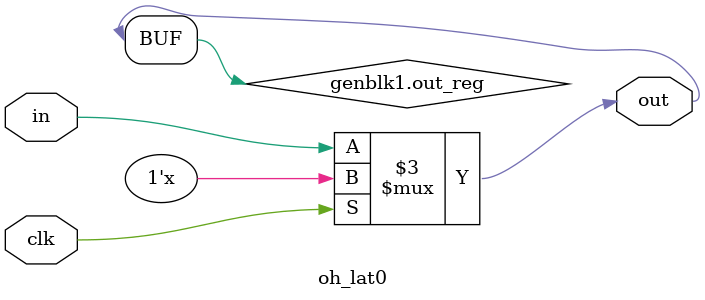
<source format=v>


module oh_lat0
  #(parameter N    = 1,        // number of sync stages
    parameter SYN  = "TRUE",   // synthesizable (or not)
    parameter TYPE = "DEFAULT" // scell type/size
    )
   (input 	   clk, // clk
    input [N-1:0]  in,  // input data
    output [N-1:0] out  // output data
     );

   genvar i;

   generate
      if(SYN == "TRUE") begin
	 reg [N-1:0]      out_reg;
	 always @ (clk or in)
	   if (!clk)
	     out_reg[N-1:0] <= in[N-1:0];
	 assign out[N-1:0] = out_reg[N-1:0];
      end
      else begin
	 for (i=0;i<N;i=i+1) begin
	    asic_lat0 #(.TYPE(TYPE))
	    asic_lat0 (.clk(clk),
		       .in(in[i]),
		       .out(out[i]));
	 end
      end
   endgenerate

endmodule // oh_lat0

</source>
